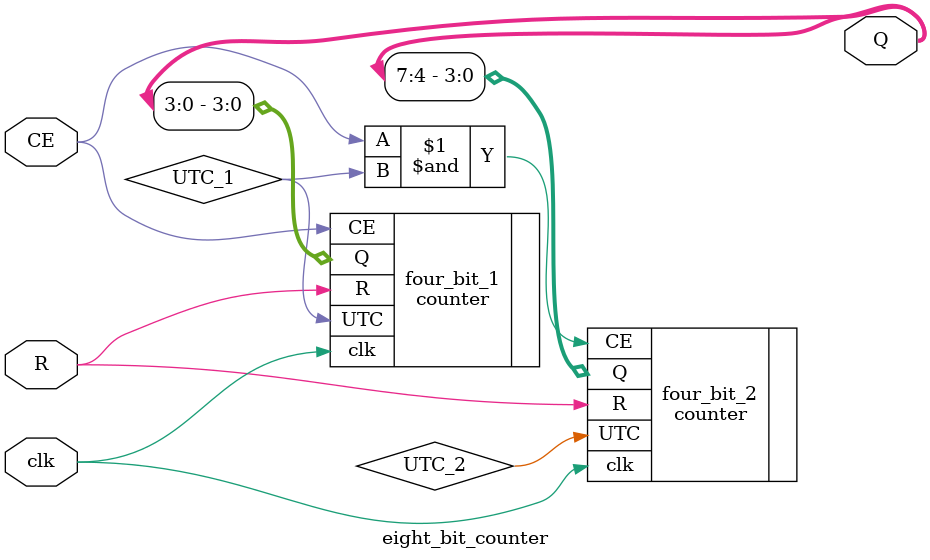
<source format=v>
`timescale 1ns / 1ps


module eight_bit_counter(
    input clk,
    input R,
    input CE,
    output [7:0] Q
    );
    
    wire UTC_1, UTC_2;
    
    counter four_bit_1 (.clk(clk), .R(R), .CE(CE), .Q(Q[3:0]), .UTC(UTC_1));
    counter four_bit_2 (.clk(clk), .R(R), .CE(CE & UTC_1), .Q(Q[7:4]), .UTC(UTC_2));
    
endmodule

</source>
